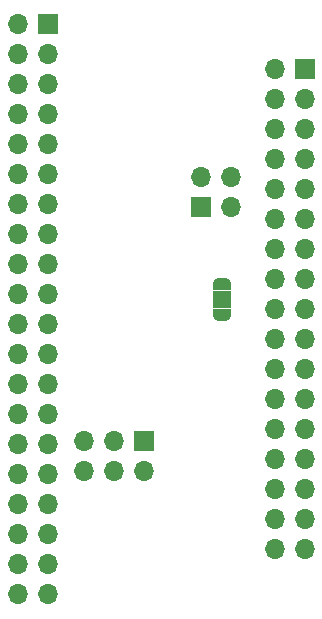
<source format=gbr>
G04 #@! TF.GenerationSoftware,KiCad,Pcbnew,9.0.0*
G04 #@! TF.CreationDate,2025-03-30T00:29:37+00:00*
G04 #@! TF.ProjectId,1MHzAdaptor,314d487a-4164-4617-9074-6f722e6b6963,03b*
G04 #@! TF.SameCoordinates,Original*
G04 #@! TF.FileFunction,Soldermask,Bot*
G04 #@! TF.FilePolarity,Negative*
%FSLAX46Y46*%
G04 Gerber Fmt 4.6, Leading zero omitted, Abs format (unit mm)*
G04 Created by KiCad (PCBNEW 9.0.0) date 2025-03-30 00:29:37*
%MOMM*%
%LPD*%
G01*
G04 APERTURE LIST*
G04 Aperture macros list*
%AMFreePoly0*
4,1,23,0.550000,-0.750000,0.000000,-0.750000,0.000000,-0.745722,-0.065263,-0.745722,-0.191342,-0.711940,-0.304381,-0.646677,-0.396677,-0.554381,-0.461940,-0.441342,-0.495722,-0.315263,-0.495722,-0.250000,-0.500000,-0.250000,-0.500000,0.250000,-0.495722,0.250000,-0.495722,0.315263,-0.461940,0.441342,-0.396677,0.554381,-0.304381,0.646677,-0.191342,0.711940,-0.065263,0.745722,0.000000,0.745722,
0.000000,0.750000,0.550000,0.750000,0.550000,-0.750000,0.550000,-0.750000,$1*%
%AMFreePoly1*
4,1,23,0.000000,0.745722,0.065263,0.745722,0.191342,0.711940,0.304381,0.646677,0.396677,0.554381,0.461940,0.441342,0.495722,0.315263,0.495722,0.250000,0.500000,0.250000,0.500000,-0.250000,0.495722,-0.250000,0.495722,-0.315263,0.461940,-0.441342,0.396677,-0.554381,0.304381,-0.646677,0.191342,-0.711940,0.065263,-0.745722,0.000000,-0.745722,0.000000,-0.750000,-0.550000,-0.750000,
-0.550000,0.750000,0.000000,0.750000,0.000000,0.745722,0.000000,0.745722,$1*%
G04 Aperture macros list end*
%ADD10R,1.700000X1.700000*%
%ADD11O,1.700000X1.700000*%
%ADD12FreePoly0,90.000000*%
%ADD13R,1.500000X1.000000*%
%ADD14FreePoly1,90.000000*%
G04 APERTURE END LIST*
G36*
X143472600Y-79942600D02*
G01*
X141972600Y-79942600D01*
X141972600Y-78442600D01*
X143472600Y-78442600D01*
X143472600Y-79942600D01*
G37*
D10*
X140995400Y-71374000D03*
D11*
X140995400Y-68834000D03*
X143535400Y-71374000D03*
X143535400Y-68834000D03*
D10*
X149758400Y-59650000D03*
D11*
X147218400Y-59650000D03*
X149758400Y-62190000D03*
X147218400Y-62190000D03*
X149758400Y-64730000D03*
X147218400Y-64730000D03*
X149758400Y-67270000D03*
X147218400Y-67270000D03*
X149758400Y-69810000D03*
X147218400Y-69810000D03*
X149758400Y-72350000D03*
X147218400Y-72350000D03*
X149758400Y-74890000D03*
X147218400Y-74890000D03*
X149758400Y-77430000D03*
X147218400Y-77430000D03*
X149758400Y-79970000D03*
X147218400Y-79970000D03*
X149758400Y-82510000D03*
X147218400Y-82510000D03*
X149758400Y-85050000D03*
X147218400Y-85050000D03*
X149758400Y-87590000D03*
X147218400Y-87590000D03*
X149758400Y-90130000D03*
X147218400Y-90130000D03*
X149758400Y-92670000D03*
X147218400Y-92670000D03*
X149758400Y-95210000D03*
X147218400Y-95210000D03*
X149758400Y-97750000D03*
X147218400Y-97750000D03*
X149758400Y-100290000D03*
X147218400Y-100290000D03*
D10*
X127988400Y-55880000D03*
D11*
X125448400Y-55880000D03*
X127988400Y-58420000D03*
X125448400Y-58420000D03*
X127988400Y-60960000D03*
X125448400Y-60960000D03*
X127988400Y-63500000D03*
X125448400Y-63500000D03*
X127988400Y-66040000D03*
X125448400Y-66040000D03*
X127988400Y-68580000D03*
X125448400Y-68580000D03*
X127988400Y-71120000D03*
X125448400Y-71120000D03*
X127988400Y-73660000D03*
X125448400Y-73660000D03*
X127988400Y-76200000D03*
X125448400Y-76200000D03*
X127988400Y-78740000D03*
X125448400Y-78740000D03*
X127988400Y-81280000D03*
X125448400Y-81280000D03*
X127988400Y-83820000D03*
X125448400Y-83820000D03*
X127988400Y-86360000D03*
X125448400Y-86360000D03*
X127988400Y-88900000D03*
X125448400Y-88900000D03*
X127988400Y-91440000D03*
X125448400Y-91440000D03*
X127988400Y-93980000D03*
X125448400Y-93980000D03*
X127988400Y-96520000D03*
X125448400Y-96520000D03*
X127988400Y-99060000D03*
X125448400Y-99060000D03*
X127988400Y-101600000D03*
X125448400Y-101600000D03*
X127988400Y-104140000D03*
X125448400Y-104140000D03*
D10*
X136118600Y-91160600D03*
D11*
X136118600Y-93700600D03*
X133578600Y-91160600D03*
X133578600Y-93700600D03*
X131038600Y-91160600D03*
X131038600Y-93700600D03*
D12*
X142722600Y-80492600D03*
D13*
X142722600Y-79192600D03*
D14*
X142722600Y-77892600D03*
M02*

</source>
